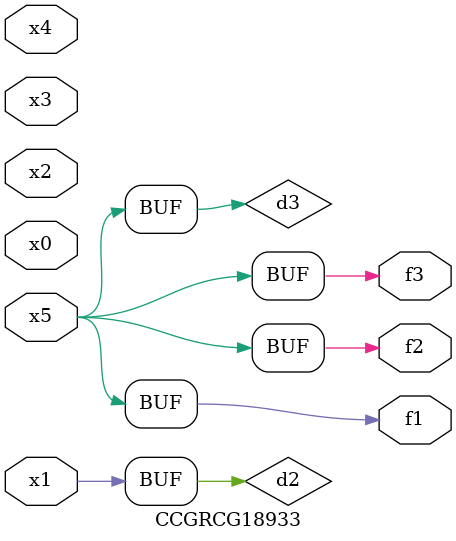
<source format=v>
module CCGRCG18933(
	input x0, x1, x2, x3, x4, x5,
	output f1, f2, f3
);

	wire d1, d2, d3;

	not (d1, x5);
	or (d2, x1);
	xnor (d3, d1);
	assign f1 = d3;
	assign f2 = d3;
	assign f3 = d3;
endmodule

</source>
